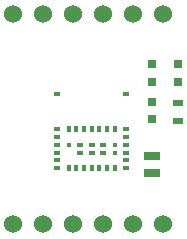
<source format=gts>
G04 #@! TF.FileFunction,Soldermask,Top*
%FSLAX46Y46*%
G04 Gerber Fmt 4.6, Leading zero omitted, Abs format (unit mm)*
G04 Created by KiCad (PCBNEW (2015-07-01 BZR 5850, Git 51c0ae3)-product) date 07/10/2015 23:59:39*
%MOMM*%
G01*
G04 APERTURE LIST*
%ADD10C,0.100000*%
%ADD11R,0.600000X0.300000*%
%ADD12R,0.300000X0.600000*%
%ADD13R,0.300000X0.300000*%
%ADD14R,0.750000X0.800000*%
%ADD15R,0.900000X0.500000*%
%ADD16C,1.524000*%
%ADD17R,1.400000X0.750000*%
G04 APERTURE END LIST*
D10*
D11*
X154301100Y-101978600D03*
X154301100Y-105653600D03*
X154301100Y-106303600D03*
X154301100Y-106953600D03*
X154301100Y-107603600D03*
X154301100Y-108253600D03*
X154301100Y-105003600D03*
D12*
X153351100Y-108253600D03*
X153351100Y-105003600D03*
D13*
X153351100Y-106303600D03*
D11*
X152401100Y-106953600D03*
X152401100Y-106303600D03*
D12*
X152701100Y-108253600D03*
X152051100Y-108253600D03*
X151401100Y-108253600D03*
X152701100Y-105003600D03*
X152051100Y-105003600D03*
X151401100Y-105003600D03*
D11*
X151401100Y-106953600D03*
X150401100Y-106953600D03*
X151401100Y-106303600D03*
X150401100Y-106303600D03*
D13*
X153351100Y-106953600D03*
X149451100Y-106303600D03*
D11*
X148501100Y-101978600D03*
D12*
X149451100Y-108253600D03*
X150101100Y-108253600D03*
X150751100Y-108253600D03*
X150751100Y-105003600D03*
X150101100Y-105003600D03*
X149451100Y-105003600D03*
D11*
X148501100Y-108253600D03*
X148501100Y-107603600D03*
X148501100Y-106953600D03*
X148501100Y-106303600D03*
X148501100Y-105653600D03*
X148501100Y-105003600D03*
D14*
X158700000Y-99450000D03*
X158700000Y-100950000D03*
X156500000Y-104150000D03*
X156500000Y-102650000D03*
D15*
X158700000Y-102750000D03*
X158700000Y-104250000D03*
D16*
X152400000Y-113030000D03*
X149860000Y-113030000D03*
X147320000Y-113030000D03*
X157480000Y-113030000D03*
X154940000Y-113030000D03*
X144780000Y-113030000D03*
D17*
X156500000Y-107250000D03*
X156500000Y-108700000D03*
D14*
X156500000Y-99450000D03*
X156500000Y-100950000D03*
D16*
X149860000Y-95250000D03*
X152400000Y-95250000D03*
X154940000Y-95250000D03*
X144780000Y-95250000D03*
X147320000Y-95250000D03*
X157480000Y-95250000D03*
M02*

</source>
